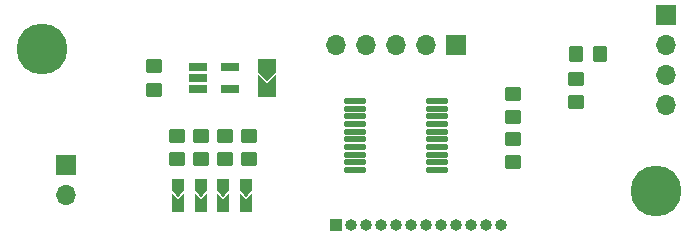
<source format=gts>
G04 #@! TF.GenerationSoftware,KiCad,Pcbnew,(6.0.6)*
G04 #@! TF.CreationDate,2023-04-07T17:07:22+02:00*
G04 #@! TF.ProjectId,LampeSolairePetite,4c616d70-6553-46f6-9c61-697265506574,R00*
G04 #@! TF.SameCoordinates,Original*
G04 #@! TF.FileFunction,Soldermask,Top*
G04 #@! TF.FilePolarity,Negative*
%FSLAX46Y46*%
G04 Gerber Fmt 4.6, Leading zero omitted, Abs format (unit mm)*
G04 Created by KiCad (PCBNEW (6.0.6)) date 2023-04-07 17:07:22*
%MOMM*%
%LPD*%
G01*
G04 APERTURE LIST*
G04 Aperture macros list*
%AMRoundRect*
0 Rectangle with rounded corners*
0 $1 Rounding radius*
0 $2 $3 $4 $5 $6 $7 $8 $9 X,Y pos of 4 corners*
0 Add a 4 corners polygon primitive as box body*
4,1,4,$2,$3,$4,$5,$6,$7,$8,$9,$2,$3,0*
0 Add four circle primitives for the rounded corners*
1,1,$1+$1,$2,$3*
1,1,$1+$1,$4,$5*
1,1,$1+$1,$6,$7*
1,1,$1+$1,$8,$9*
0 Add four rect primitives between the rounded corners*
20,1,$1+$1,$2,$3,$4,$5,0*
20,1,$1+$1,$4,$5,$6,$7,0*
20,1,$1+$1,$6,$7,$8,$9,0*
20,1,$1+$1,$8,$9,$2,$3,0*%
%AMFreePoly0*
4,1,6,1.025000,0.000000,0.525000,-0.475000,-0.525000,-0.475000,-0.525000,0.475000,0.525000,0.475000,1.025000,0.000000,1.025000,0.000000,$1*%
%AMFreePoly1*
4,1,6,0.525000,-0.475000,-1.015000,-0.475000,-0.525000,0.000000,-1.025000,0.475000,0.525000,0.475000,0.525000,-0.475000,0.525000,-0.475000,$1*%
%AMFreePoly2*
4,1,6,0.587500,-0.725000,-0.587500,-0.725000,-1.287500,0.000000,-0.587500,0.725000,0.587500,0.725000,0.587500,-0.725000,0.587500,-0.725000,$1*%
%AMFreePoly3*
4,1,6,0.587500,0.000000,1.287500,-0.725000,-0.587500,-0.725000,-0.587500,0.725000,1.287500,0.725000,0.587500,0.000000,0.587500,0.000000,$1*%
G04 Aperture macros list end*
%ADD10RoundRect,0.250000X-0.450000X0.350000X-0.450000X-0.350000X0.450000X-0.350000X0.450000X0.350000X0*%
%ADD11RoundRect,0.125000X-0.825000X-0.125000X0.825000X-0.125000X0.825000X0.125000X-0.825000X0.125000X0*%
%ADD12R,1.700000X1.700000*%
%ADD13O,1.700000X1.700000*%
%ADD14C,4.300000*%
%ADD15R,1.560000X0.650000*%
%ADD16FreePoly0,270.000000*%
%ADD17FreePoly1,270.000000*%
%ADD18FreePoly2,90.000000*%
%ADD19FreePoly3,90.000000*%
%ADD20R,1.000000X1.000000*%
%ADD21O,1.000000X1.000000*%
%ADD22RoundRect,0.250000X0.350000X0.450000X-0.350000X0.450000X-0.350000X-0.450000X0.350000X-0.450000X0*%
G04 APERTURE END LIST*
D10*
X134366000Y-84090000D03*
X134366000Y-86090000D03*
D11*
X120960000Y-80895000D03*
X120960000Y-81545000D03*
X120960000Y-82195000D03*
X120960000Y-82845000D03*
X120960000Y-83495000D03*
X120960000Y-84145000D03*
X120960000Y-84795000D03*
X120960000Y-85445000D03*
X120960000Y-86095000D03*
X120960000Y-86745000D03*
X127960000Y-86745000D03*
X127960000Y-86095000D03*
X127960000Y-85445000D03*
X127960000Y-84795000D03*
X127960000Y-84145000D03*
X127960000Y-83495000D03*
X127960000Y-82845000D03*
X127960000Y-82195000D03*
X127960000Y-81545000D03*
X127960000Y-80895000D03*
D10*
X105918000Y-83836000D03*
X105918000Y-85836000D03*
D12*
X96520000Y-86360000D03*
D13*
X96520000Y-88900000D03*
D14*
X146500000Y-88500000D03*
D15*
X107743000Y-78022500D03*
X107743000Y-78972500D03*
X107743000Y-79922500D03*
X110443000Y-79922500D03*
X110443000Y-78022500D03*
D10*
X104013000Y-77972500D03*
X104013000Y-79972500D03*
D16*
X109855000Y-88025000D03*
D17*
X109855000Y-89775000D03*
D16*
X107950000Y-88025000D03*
D17*
X107950000Y-89775000D03*
D10*
X109982000Y-83836000D03*
X109982000Y-85836000D03*
D14*
X94500000Y-76500000D03*
D18*
X113538000Y-77935000D03*
D19*
X113538000Y-80010000D03*
D20*
X119380000Y-91440000D03*
D21*
X120650000Y-91440000D03*
X121920000Y-91440000D03*
X123190000Y-91440000D03*
X124460000Y-91440000D03*
X125730000Y-91440000D03*
X127000000Y-91440000D03*
X128270000Y-91440000D03*
X129540000Y-91440000D03*
X130810000Y-91440000D03*
X132080000Y-91440000D03*
X133350000Y-91440000D03*
D12*
X129535000Y-76200000D03*
D13*
X126995000Y-76200000D03*
X124455000Y-76200000D03*
X121915000Y-76200000D03*
X119375000Y-76200000D03*
D12*
X147320000Y-73660000D03*
D13*
X147320000Y-76200000D03*
X147320000Y-78740000D03*
X147320000Y-81280000D03*
D22*
X141716000Y-76962000D03*
X139716000Y-76962000D03*
D10*
X134366000Y-80280000D03*
X134366000Y-82280000D03*
D16*
X106045000Y-88025000D03*
D17*
X106045000Y-89775000D03*
D16*
X111760000Y-88025000D03*
D17*
X111760000Y-89775000D03*
D10*
X107950000Y-83836000D03*
X107950000Y-85836000D03*
X139700000Y-79010000D03*
X139700000Y-81010000D03*
X112014000Y-83836000D03*
X112014000Y-85836000D03*
M02*

</source>
